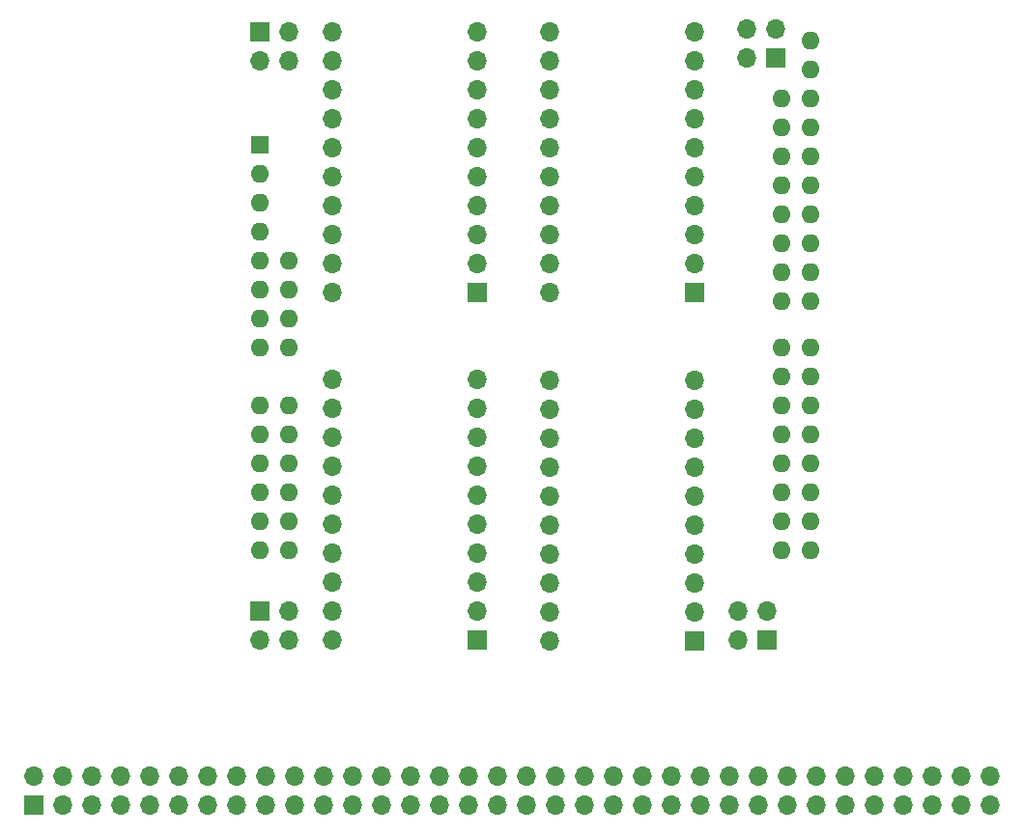
<source format=gbr>
%TF.GenerationSoftware,KiCad,Pcbnew,9.0.1-9.0.1-0~ubuntu24.04.1*%
%TF.CreationDate,2025-04-22T11:50:31+09:00*%
%TF.ProjectId,PSCE-TEST_Arty,50534345-2d54-4455-9354-5f417274792e,rev?*%
%TF.SameCoordinates,Original*%
%TF.FileFunction,Soldermask,Bot*%
%TF.FilePolarity,Negative*%
%FSLAX46Y46*%
G04 Gerber Fmt 4.6, Leading zero omitted, Abs format (unit mm)*
G04 Created by KiCad (PCBNEW 9.0.1-9.0.1-0~ubuntu24.04.1) date 2025-04-22 11:50:31*
%MOMM*%
%LPD*%
G01*
G04 APERTURE LIST*
%ADD10R,1.600000X1.600000*%
%ADD11O,1.600000X1.600000*%
%ADD12R,1.700000X1.700000*%
%ADD13O,1.700000X1.700000*%
G04 APERTURE END LIST*
D10*
%TO.C,A1*%
X109220000Y-67056000D03*
D11*
X109220000Y-69596000D03*
X109220000Y-72136000D03*
X109220000Y-74676000D03*
X109220000Y-77216000D03*
X109220000Y-79756000D03*
X109220000Y-82296000D03*
X109220000Y-84836000D03*
X109220000Y-89916000D03*
X109220000Y-92456000D03*
X109220000Y-94996000D03*
X109220000Y-97536000D03*
X109220000Y-100076000D03*
X109220000Y-102616000D03*
X157480000Y-102616000D03*
X157480000Y-100076000D03*
X157480000Y-97536000D03*
X157480000Y-94996000D03*
X157480000Y-92456000D03*
X157480000Y-89916000D03*
X157480000Y-87376000D03*
X157480000Y-84836000D03*
X157480000Y-80776000D03*
X157480000Y-78236000D03*
X157480000Y-75696000D03*
X157480000Y-73156000D03*
X157480000Y-70616000D03*
X157480000Y-68076000D03*
X157480000Y-65536000D03*
X157480000Y-62996000D03*
X157480000Y-60456000D03*
X157480000Y-57916000D03*
X154940000Y-102616000D03*
X154940000Y-100076000D03*
X154940000Y-97536000D03*
X154940000Y-94996000D03*
X154940000Y-92456000D03*
X154940000Y-89916000D03*
X154940000Y-87376000D03*
X154940000Y-84836000D03*
X154940000Y-80776000D03*
X154940000Y-78236000D03*
X154940000Y-75696000D03*
X154940000Y-73156000D03*
X154940000Y-70616000D03*
X154940000Y-68076000D03*
X154940000Y-65536000D03*
X154940000Y-62996000D03*
X111760000Y-89916000D03*
X111760000Y-92456000D03*
X111760000Y-94996000D03*
X111760000Y-97536000D03*
X111760000Y-100076000D03*
X111760000Y-102616000D03*
X111760000Y-77216000D03*
X111760000Y-79756000D03*
X111760000Y-82296000D03*
X111760000Y-84836000D03*
%TD*%
D12*
%TO.C,U4*%
X147320000Y-80010000D03*
D13*
X147320000Y-77470000D03*
X147320000Y-74930000D03*
X147320000Y-72390000D03*
X147320000Y-69850000D03*
X147320000Y-67310000D03*
X147320000Y-64770000D03*
X147320000Y-62230000D03*
X147320000Y-59690000D03*
X147320000Y-57150000D03*
X134620000Y-57150000D03*
X134620000Y-59690000D03*
X134620000Y-62230000D03*
X134620000Y-64770000D03*
X134620000Y-67310000D03*
X134620000Y-69850000D03*
X134620000Y-72390000D03*
X134620000Y-74930000D03*
X134620000Y-77470000D03*
X134620000Y-80010000D03*
%TD*%
D12*
%TO.C,J5*%
X89408000Y-124968000D03*
D13*
X89408000Y-122428000D03*
X91948000Y-124968000D03*
X91948000Y-122428000D03*
X94488000Y-124968000D03*
X94488000Y-122428000D03*
X97028000Y-124968000D03*
X97028000Y-122428000D03*
X99568000Y-124968000D03*
X99568000Y-122428000D03*
X102108000Y-124968000D03*
X102108000Y-122428000D03*
X104648000Y-124968000D03*
X104648000Y-122428000D03*
X107188000Y-124968000D03*
X107188000Y-122428000D03*
X109728000Y-124968000D03*
X109728000Y-122428000D03*
X112268000Y-124968000D03*
X112268000Y-122428000D03*
X114808000Y-124968000D03*
X114808000Y-122428000D03*
X117348000Y-124968000D03*
X117348000Y-122428000D03*
X119888000Y-124968000D03*
X119888000Y-122428000D03*
X122428000Y-124968000D03*
X122428000Y-122428000D03*
X124968000Y-124968000D03*
X124968000Y-122428000D03*
X127508000Y-124968000D03*
X127508000Y-122428000D03*
X130048000Y-124968000D03*
X130048000Y-122428000D03*
X132588000Y-124968000D03*
X132588000Y-122428000D03*
X135128000Y-124968000D03*
X135128000Y-122428000D03*
X137668000Y-124968000D03*
X137668000Y-122428000D03*
X140208000Y-124968000D03*
X140208000Y-122428000D03*
X142748000Y-124968000D03*
X142748000Y-122428000D03*
X145288000Y-124968000D03*
X145288000Y-122428000D03*
X147828000Y-124968000D03*
X147828000Y-122428000D03*
X150368000Y-124968000D03*
X150368000Y-122428000D03*
X152908000Y-124968000D03*
X152908000Y-122428000D03*
X155448000Y-124968000D03*
X155448000Y-122428000D03*
X157988000Y-124968000D03*
X157988000Y-122428000D03*
X160528000Y-124968000D03*
X160528000Y-122428000D03*
X163068000Y-124968000D03*
X163068000Y-122428000D03*
X165608000Y-124968000D03*
X165608000Y-122428000D03*
X168148000Y-124968000D03*
X168148000Y-122428000D03*
X170688000Y-124968000D03*
X170688000Y-122428000D03*
X173228000Y-124968000D03*
X173228000Y-122428000D03*
%TD*%
D12*
%TO.C,J3*%
X153675000Y-110495000D03*
D13*
X151135000Y-110495000D03*
X153675000Y-107955000D03*
X151135000Y-107955000D03*
%TD*%
D12*
%TO.C,J1*%
X109215000Y-107945000D03*
D13*
X111755000Y-107945000D03*
X109215000Y-110485000D03*
X111755000Y-110485000D03*
%TD*%
D12*
%TO.C,U2*%
X128270000Y-80010000D03*
D13*
X128270000Y-77470000D03*
X128270000Y-74930000D03*
X128270000Y-72390000D03*
X128270000Y-69850000D03*
X128270000Y-67310000D03*
X128270000Y-64770000D03*
X128270000Y-62230000D03*
X128270000Y-59690000D03*
X128270000Y-57150000D03*
X115570000Y-57150000D03*
X115570000Y-59690000D03*
X115570000Y-62230000D03*
X115570000Y-64770000D03*
X115570000Y-67310000D03*
X115570000Y-69850000D03*
X115570000Y-72390000D03*
X115570000Y-74930000D03*
X115570000Y-77470000D03*
X115570000Y-80010000D03*
%TD*%
D12*
%TO.C,J2*%
X109215000Y-57145000D03*
D13*
X111755000Y-57145000D03*
X109215000Y-59685000D03*
X111755000Y-59685000D03*
%TD*%
D12*
%TO.C,U3*%
X147320000Y-110560000D03*
D13*
X147320000Y-108020000D03*
X147320000Y-105480000D03*
X147320000Y-102940000D03*
X147320000Y-100400000D03*
X147320000Y-97860000D03*
X147320000Y-95320000D03*
X147320000Y-92780000D03*
X147320000Y-90240000D03*
X147320000Y-87700000D03*
X134620000Y-87700000D03*
X134620000Y-90240000D03*
X134620000Y-92780000D03*
X134620000Y-95320000D03*
X134620000Y-97860000D03*
X134620000Y-100400000D03*
X134620000Y-102940000D03*
X134620000Y-105480000D03*
X134620000Y-108020000D03*
X134620000Y-110560000D03*
%TD*%
D12*
%TO.C,J4*%
X154437000Y-59441000D03*
D13*
X151897000Y-59441000D03*
X154437000Y-56901000D03*
X151897000Y-56901000D03*
%TD*%
D12*
%TO.C,U1*%
X128270000Y-110490000D03*
D13*
X128270000Y-107950000D03*
X128270000Y-105410000D03*
X128270000Y-102870000D03*
X128270000Y-100330000D03*
X128270000Y-97790000D03*
X128270000Y-95250000D03*
X128270000Y-92710000D03*
X128270000Y-90170000D03*
X128270000Y-87630000D03*
X115570000Y-87630000D03*
X115570000Y-90170000D03*
X115570000Y-92710000D03*
X115570000Y-95250000D03*
X115570000Y-97790000D03*
X115570000Y-100330000D03*
X115570000Y-102870000D03*
X115570000Y-105410000D03*
X115570000Y-107950000D03*
X115570000Y-110490000D03*
%TD*%
M02*

</source>
